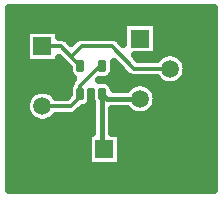
<source format=gbr>
G04 DipTrace 4.1.2.0*
G04 2 - Bottom.gbr*
%MOIN*%
G04 #@! TF.FileFunction,Copper,L2,Bot*
G04 #@! TF.Part,Single*
%AMOUTLINE0*
4,1,28,
0.006102,0.021063,
-0.006102,0.021063,
-0.007631,0.020862,
-0.009055,0.020272,
-0.010278,0.019333,
-0.011217,0.01811,
-0.011807,0.016686,
-0.012008,0.015157,
-0.012008,-0.015157,
-0.011807,-0.016686,
-0.011217,-0.01811,
-0.010278,-0.019333,
-0.009055,-0.020272,
-0.007631,-0.020862,
-0.006102,-0.021063,
0.006102,-0.021063,
0.007631,-0.020862,
0.009055,-0.020272,
0.010278,-0.019333,
0.011217,-0.01811,
0.011807,-0.016686,
0.012008,-0.015157,
0.012008,0.015157,
0.011807,0.016686,
0.011217,0.01811,
0.010278,0.019333,
0.009055,0.020272,
0.007631,0.020862,
0.006102,0.021063,
0*%
%AMOUTLINE3*
4,1,28,
-0.006102,-0.021063,
0.006102,-0.021063,
0.007631,-0.020862,
0.009055,-0.020272,
0.010278,-0.019333,
0.011217,-0.01811,
0.011807,-0.016686,
0.012008,-0.015157,
0.012008,0.015157,
0.011807,0.016686,
0.011217,0.01811,
0.010278,0.019333,
0.009055,0.020272,
0.007631,0.020862,
0.006102,0.021063,
-0.006102,0.021063,
-0.007631,0.020862,
-0.009055,0.020272,
-0.010278,0.019333,
-0.011217,0.01811,
-0.011807,0.016686,
-0.012008,0.015157,
-0.012008,-0.015157,
-0.011807,-0.016686,
-0.011217,-0.01811,
-0.010278,-0.019333,
-0.009055,-0.020272,
-0.007631,-0.020862,
-0.006102,-0.021063,
0*%
G04 #@! TA.AperFunction,Conductor*
%ADD13C,0.012992*%
%ADD14C,0.015*%
G04 #@! TA.AperFunction,CopperBalancing*
%ADD15C,0.025*%
G04 #@! TA.AperFunction,ComponentPad*
%ADD16R,0.059055X0.059055*%
%ADD17C,0.059055*%
%ADD26OUTLINE0*%
%ADD29OUTLINE3*%
%FSLAX26Y26*%
G04*
G70*
G90*
G75*
G01*
G04 Bottom*
%LPD*%
X517520Y883760D2*
D13*
X578346D1*
X613369Y848738D1*
X642618Y819488D1*
X942520Y808760D2*
X823769D1*
X748769Y883760D1*
X648391D1*
X613369Y848738D1*
X623769Y540010D2*
X542520D1*
X461270Y621260D1*
Y727510D1*
X517520Y783760D1*
X680020Y723031D2*
Y596261D1*
X623769Y540010D1*
X517520Y683760D2*
X611269D1*
X642618Y715109D1*
Y723031D1*
Y752608D1*
X709499Y819488D1*
X717421D1*
X842520Y708760D2*
D14*
X731693D1*
X717421Y723031D1*
Y546358D1*
X723769Y540010D1*
X1087353Y986253D2*
D15*
X408706D1*
X1087353Y961385D2*
X900480D1*
X784563D2*
X408706D1*
X1087353Y936516D2*
X900480D1*
X784563D2*
X575478D1*
X459559D2*
X408706D1*
X1087353Y911647D2*
X900480D1*
X784563D2*
X767799D1*
X629364D2*
X597385D1*
X459559D2*
X408706D1*
X1087353Y886778D2*
X900480D1*
X459559D2*
X408706D1*
X1087353Y861909D2*
X960837D1*
X924206D2*
X900480D1*
X459559D2*
X408706D1*
X1087353Y837041D2*
X992720D1*
X459559D2*
X408706D1*
X1087353Y812172D2*
X1000364D1*
X772003D2*
X757858D1*
X601589D2*
X408706D1*
X1087353Y787303D2*
X996148D1*
X796871D2*
X752925D1*
X607115D2*
X408706D1*
X1087353Y762434D2*
X975496D1*
X909547D2*
X858945D1*
X826080D2*
X746644D1*
X609214D2*
X408706D1*
X1087353Y737566D2*
X892407D1*
X602181D2*
X533440D1*
X501597D2*
X408706D1*
X1087353Y712697D2*
X900337D1*
X467723D2*
X408706D1*
X1087353Y687828D2*
X896371D1*
X459720D2*
X408706D1*
X1087353Y662959D2*
X876277D1*
X808766D2*
X753356D1*
X681503D2*
X638814D1*
X463614D2*
X408706D1*
X1087353Y638091D2*
X753356D1*
X681503D2*
X551471D1*
X483566D2*
X408706D1*
X1087353Y613222D2*
X753356D1*
X681503D2*
X408706D1*
X1087353Y588353D2*
X781722D1*
X665822D2*
X408706D1*
X1087353Y563484D2*
X781722D1*
X665822D2*
X408706D1*
X1087353Y538615D2*
X781722D1*
X665822D2*
X408706D1*
X1087353Y513747D2*
X781722D1*
X665822D2*
X408706D1*
X1087353Y488878D2*
X781722D1*
X665822D2*
X408706D1*
X1087353Y464009D2*
X408706D1*
X1087353Y439140D2*
X408706D1*
X1087353Y414272D2*
X408706D1*
X706231Y769609D2*
X707958Y772097D1*
X708488Y772626D1*
X710934Y772504D1*
X723505Y772500D1*
X723482Y770020D1*
X711337D1*
X706231Y769609D1*
X823795Y776339D2*
X897689Y776341D1*
X898770Y774686D1*
X904975Y767950D1*
X912205Y762327D1*
X920261Y757971D1*
X928924Y755000D1*
X937958Y753495D1*
X947117Y753497D1*
X956150Y755008D1*
X964811Y757984D1*
X972864Y762346D1*
X980089Y767974D1*
X986290Y774714D1*
X991297Y782383D1*
X994974Y790770D1*
X997219Y799650D1*
X997972Y808777D1*
X997214Y817904D1*
X994962Y826782D1*
X991281Y835168D1*
X986269Y842833D1*
X980064Y849570D1*
X972835Y855193D1*
X964778Y859549D1*
X956115Y862520D1*
X947081Y864025D1*
X937923Y864022D1*
X928890Y862512D1*
X920228Y859535D1*
X912176Y855173D1*
X904950Y849546D1*
X898749Y842806D1*
X897688Y841181D1*
X837196D1*
X825077Y853307D1*
X897972D1*
Y964213D1*
X787067D1*
Y891304D1*
X771705Y906675D1*
X766848Y910673D1*
X758602Y914654D1*
X749573Y916171D1*
X722031Y916181D1*
X648412D1*
X642144Y915573D1*
X633500Y912559D1*
X626042Y907247D1*
X613367Y894587D1*
X601272Y906685D1*
X593949Y912180D1*
X585373Y915409D1*
X578328Y916181D1*
X572972Y916178D1*
Y939213D1*
X462067D1*
Y828307D1*
X572972D1*
Y843280D1*
X604685Y811573D1*
Y804429D1*
X605096Y799235D1*
X607845Y790503D1*
X612967Y782915D1*
X620045Y777094D1*
X619693Y775533D1*
X614198Y768210D1*
X610969Y759634D1*
X609283Y754669D1*
X605719Y746236D1*
X604685Y738189D1*
Y723030D1*
X597841Y716184D1*
X562350Y716178D1*
X561269Y717833D1*
X555064Y724570D1*
X547835Y730193D1*
X539778Y734549D1*
X531115Y737520D1*
X522081Y739025D1*
X512923Y739022D1*
X503890Y737512D1*
X495228Y734535D1*
X487176Y730173D1*
X479950Y724546D1*
X473749Y717806D1*
X468743Y710136D1*
X465066Y701749D1*
X462820Y692870D1*
X462067Y683760D1*
X462825Y674615D1*
X465077Y665738D1*
X468759Y657352D1*
X473770Y649686D1*
X479975Y642950D1*
X487205Y637327D1*
X495261Y632971D1*
X503924Y630000D1*
X512958Y628495D1*
X522117Y628497D1*
X531150Y630008D1*
X539811Y632984D1*
X547864Y637346D1*
X555089Y642974D1*
X561290Y649714D1*
X562352Y651339D1*
X611248D1*
X617516Y651946D1*
X626161Y654961D1*
X633618Y660273D1*
X649411Y676050D1*
X653816Y676454D1*
X662549Y679203D1*
X670136Y684325D1*
X675953Y691394D1*
X679517Y699827D1*
X679930Y701618D1*
X680245Y700974D1*
X680694Y699193D1*
X681247Y697441D1*
X681903Y695715D1*
X683996Y686639D1*
X683993Y595463D1*
X668316D1*
Y484558D1*
X779222D1*
Y595463D1*
X750846D1*
Y675341D1*
X798345Y675337D1*
X798770Y674686D1*
X804975Y667950D1*
X812205Y662327D1*
X820261Y657971D1*
X828924Y655000D1*
X837958Y653495D1*
X847117Y653497D1*
X856150Y655008D1*
X864811Y657984D1*
X872864Y662346D1*
X880089Y667974D1*
X886290Y674714D1*
X891297Y682383D1*
X894974Y690770D1*
X897219Y699650D1*
X897972Y708777D1*
X897214Y717904D1*
X894962Y726782D1*
X891281Y735168D1*
X886269Y742833D1*
X880064Y749570D1*
X872835Y755193D1*
X864778Y759549D1*
X856115Y762520D1*
X847081Y764025D1*
X837923Y764022D1*
X828890Y762512D1*
X820228Y759535D1*
X812176Y755173D1*
X804950Y749546D1*
X798749Y742806D1*
X798343Y742184D1*
X755101Y742185D1*
X754038Y747248D1*
X750198Y755558D1*
X744151Y762432D1*
X736398Y767301D1*
X727572Y769760D1*
X728619Y772911D1*
X737352Y775660D1*
X744940Y780782D1*
X750756Y787850D1*
X754320Y796283D1*
X755354Y804331D1*
Y831327D1*
X800845Y785835D1*
X808168Y780340D1*
X816745Y777110D1*
X823795Y776339D1*
X406205Y1011122D2*
X1089870D1*
X1089862Y895201D1*
Y406198D1*
X406193Y406201D1*
X406201Y522122D1*
Y1011125D1*
D16*
X842520Y908760D3*
D17*
X942520Y808760D3*
X842520Y708760D3*
D16*
X517520Y883760D3*
D17*
Y783760D3*
Y683760D3*
D16*
X723769Y540010D3*
D17*
X623769D3*
D26*
X642618Y723031D3*
X680020D3*
X717421D3*
D29*
Y819488D3*
X642618D3*
M02*

</source>
